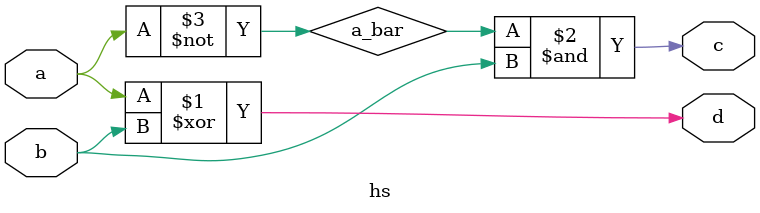
<source format=v>
/*
* Half subtractor
* difference =  a ^ b
* carry  = ~a & b
* */
module hs (a,b,d,c);
input a, b;
output d, c;

wire a_bar;
not(a_bar,a);

xor(d,a,b);
and(c,a_bar,b);

endmodule


</source>
